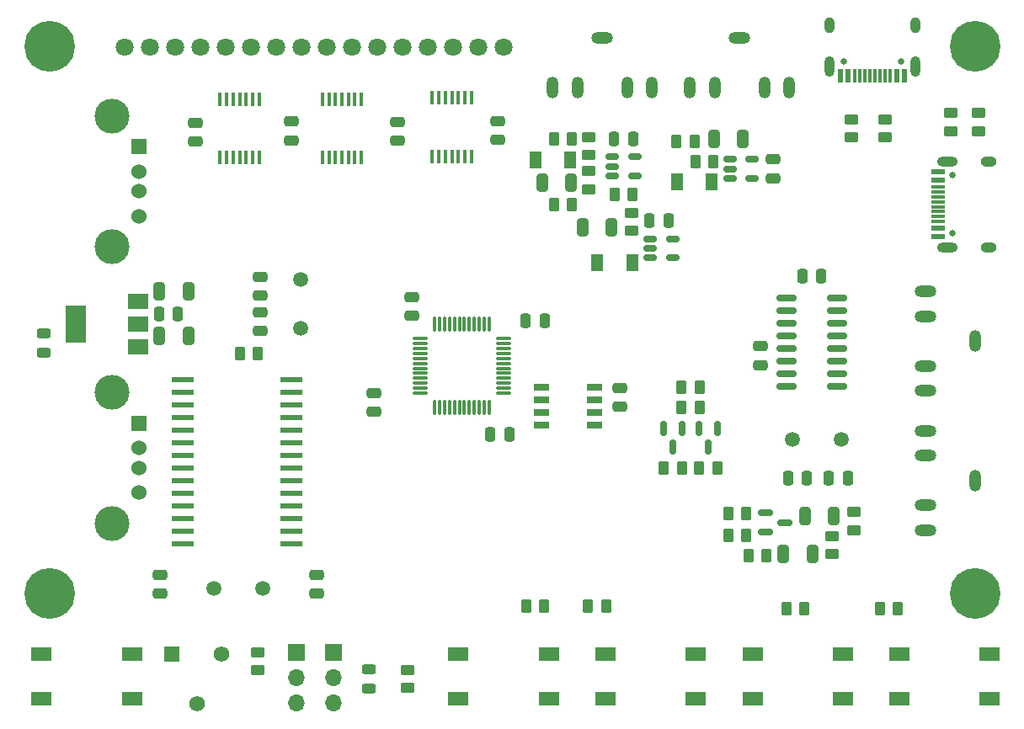
<source format=gts>
%TF.GenerationSoftware,KiCad,Pcbnew,(6.0.5)*%
%TF.CreationDate,2023-10-27T13:21:37+02:00*%
%TF.ProjectId,Tape_Emulator,54617065-5f45-46d7-956c-61746f722e6b,rev?*%
%TF.SameCoordinates,Original*%
%TF.FileFunction,Soldermask,Top*%
%TF.FilePolarity,Negative*%
%FSLAX46Y46*%
G04 Gerber Fmt 4.6, Leading zero omitted, Abs format (unit mm)*
G04 Created by KiCad (PCBNEW (6.0.5)) date 2023-10-27 13:21:37*
%MOMM*%
%LPD*%
G01*
G04 APERTURE LIST*
G04 Aperture macros list*
%AMRoundRect*
0 Rectangle with rounded corners*
0 $1 Rounding radius*
0 $2 $3 $4 $5 $6 $7 $8 $9 X,Y pos of 4 corners*
0 Add a 4 corners polygon primitive as box body*
4,1,4,$2,$3,$4,$5,$6,$7,$8,$9,$2,$3,0*
0 Add four circle primitives for the rounded corners*
1,1,$1+$1,$2,$3*
1,1,$1+$1,$4,$5*
1,1,$1+$1,$6,$7*
1,1,$1+$1,$8,$9*
0 Add four rect primitives between the rounded corners*
20,1,$1+$1,$2,$3,$4,$5,0*
20,1,$1+$1,$4,$5,$6,$7,0*
20,1,$1+$1,$6,$7,$8,$9,0*
20,1,$1+$1,$8,$9,$2,$3,0*%
G04 Aperture macros list end*
%ADD10RoundRect,0.250000X-0.262500X-0.450000X0.262500X-0.450000X0.262500X0.450000X-0.262500X0.450000X0*%
%ADD11RoundRect,0.250000X-0.325000X-0.650000X0.325000X-0.650000X0.325000X0.650000X-0.325000X0.650000X0*%
%ADD12R,0.450000X1.475000*%
%ADD13RoundRect,0.150000X-0.512500X-0.150000X0.512500X-0.150000X0.512500X0.150000X-0.512500X0.150000X0*%
%ADD14R,1.700000X1.700000*%
%ADD15O,1.700000X1.700000*%
%ADD16RoundRect,0.243750X0.456250X-0.243750X0.456250X0.243750X-0.456250X0.243750X-0.456250X-0.243750X0*%
%ADD17R,2.100000X1.400000*%
%ADD18R,1.560000X1.560000*%
%ADD19C,1.560000*%
%ADD20RoundRect,0.250000X0.450000X-0.262500X0.450000X0.262500X-0.450000X0.262500X-0.450000X-0.262500X0*%
%ADD21C,1.500000*%
%ADD22RoundRect,0.250000X0.325000X0.650000X-0.325000X0.650000X-0.325000X-0.650000X0.325000X-0.650000X0*%
%ADD23R,1.500000X0.650000*%
%ADD24R,1.524000X1.524000*%
%ADD25C,1.524000*%
%ADD26C,3.500000*%
%ADD27RoundRect,0.250000X-0.475000X0.250000X-0.475000X-0.250000X0.475000X-0.250000X0.475000X0.250000X0*%
%ADD28R,1.300000X1.700000*%
%ADD29C,0.650000*%
%ADD30R,0.600000X1.450000*%
%ADD31R,0.300000X1.450000*%
%ADD32O,1.000000X2.100000*%
%ADD33O,1.000000X1.600000*%
%ADD34RoundRect,0.150000X-0.587500X-0.150000X0.587500X-0.150000X0.587500X0.150000X-0.587500X0.150000X0*%
%ADD35RoundRect,0.250000X-0.250000X-0.475000X0.250000X-0.475000X0.250000X0.475000X-0.250000X0.475000X0*%
%ADD36RoundRect,0.250000X-0.450000X0.262500X-0.450000X-0.262500X0.450000X-0.262500X0.450000X0.262500X0*%
%ADD37RoundRect,0.250000X0.475000X-0.250000X0.475000X0.250000X-0.475000X0.250000X-0.475000X-0.250000X0*%
%ADD38R,1.450000X0.600000*%
%ADD39R,1.450000X0.300000*%
%ADD40O,2.100000X1.000000*%
%ADD41O,1.600000X1.000000*%
%ADD42R,2.200000X0.600000*%
%ADD43RoundRect,0.150000X-0.850000X-0.150000X0.850000X-0.150000X0.850000X0.150000X-0.850000X0.150000X0*%
%ADD44O,1.200000X2.200000*%
%ADD45O,2.200000X1.200000*%
%ADD46RoundRect,0.250000X0.262500X0.450000X-0.262500X0.450000X-0.262500X-0.450000X0.262500X-0.450000X0*%
%ADD47RoundRect,0.250000X0.250000X0.475000X-0.250000X0.475000X-0.250000X-0.475000X0.250000X-0.475000X0*%
%ADD48RoundRect,0.150000X-0.150000X0.587500X-0.150000X-0.587500X0.150000X-0.587500X0.150000X0.587500X0*%
%ADD49R,2.000000X1.500000*%
%ADD50R,2.000000X3.800000*%
%ADD51RoundRect,0.075000X-0.662500X-0.075000X0.662500X-0.075000X0.662500X0.075000X-0.662500X0.075000X0*%
%ADD52RoundRect,0.075000X-0.075000X-0.662500X0.075000X-0.662500X0.075000X0.662500X-0.075000X0.662500X0*%
%ADD53C,1.800000*%
%ADD54C,5.100000*%
G04 APERTURE END LIST*
D10*
%TO.C,R14*%
X145899500Y-107315000D03*
X147724500Y-107315000D03*
%TD*%
%TO.C,R25*%
X149709500Y-112649000D03*
X151534500Y-112649000D03*
%TD*%
%TO.C,R17*%
X126341500Y-65405000D03*
X128166500Y-65405000D03*
%TD*%
D11*
%TO.C,C10*%
X149401000Y-107188000D03*
X152351000Y-107188000D03*
%TD*%
D12*
%TO.C,IC4*%
X114128000Y-67200000D03*
X114778000Y-67200000D03*
X115428000Y-67200000D03*
X116078000Y-67200000D03*
X116728000Y-67200000D03*
X117378000Y-67200000D03*
X118028000Y-67200000D03*
X118028000Y-61324000D03*
X117378000Y-61324000D03*
X116728000Y-61324000D03*
X116078000Y-61324000D03*
X115428000Y-61324000D03*
X114778000Y-61324000D03*
X114128000Y-61324000D03*
%TD*%
D13*
%TO.C,U5*%
X144023500Y-67503000D03*
X144023500Y-68453000D03*
X144023500Y-69403000D03*
X146298500Y-69403000D03*
X146298500Y-67503000D03*
%TD*%
D10*
%TO.C,R1*%
X139168500Y-90424000D03*
X140993500Y-90424000D03*
%TD*%
D14*
%TO.C,J10*%
X100457000Y-117109000D03*
D15*
X100457000Y-119649000D03*
X100457000Y-122189000D03*
%TD*%
D10*
%TO.C,R9*%
X138660500Y-65659000D03*
X140485500Y-65659000D03*
%TD*%
D16*
%TO.C,D5*%
X107696000Y-120698500D03*
X107696000Y-118823500D03*
%TD*%
D10*
%TO.C,R26*%
X159107500Y-112649000D03*
X160932500Y-112649000D03*
%TD*%
D17*
%TO.C,S5*%
X74825000Y-117257000D03*
X83925000Y-117257000D03*
X74825000Y-121757000D03*
X83925000Y-121757000D03*
%TD*%
D18*
%TO.C,RV1*%
X87924000Y-117267000D03*
D19*
X90424000Y-122267000D03*
X92924000Y-117267000D03*
%TD*%
D20*
%TO.C,R21*%
X166243000Y-64666500D03*
X166243000Y-62841500D03*
%TD*%
D21*
%TO.C,Y1*%
X100838000Y-79592000D03*
X100838000Y-84472000D03*
%TD*%
D22*
%TO.C,C7*%
X132158000Y-74295000D03*
X129208000Y-74295000D03*
%TD*%
D23*
%TO.C,IC1*%
X130462000Y-94234000D03*
X130462000Y-92964000D03*
X130462000Y-91694000D03*
X130462000Y-90424000D03*
X125062000Y-90424000D03*
X125062000Y-91694000D03*
X125062000Y-92964000D03*
X125062000Y-94234000D03*
%TD*%
D24*
%TO.C,J5*%
X84594500Y-66223000D03*
D25*
X84594500Y-68723000D03*
X84594500Y-70723000D03*
X84594500Y-73223000D03*
D26*
X81884500Y-76293000D03*
X81884500Y-63153000D03*
%TD*%
D16*
%TO.C,D4*%
X75057000Y-86916500D03*
X75057000Y-85041500D03*
%TD*%
D11*
%TO.C,C1*%
X86663000Y-80772000D03*
X89613000Y-80772000D03*
%TD*%
D20*
%TO.C,R7*%
X129794000Y-67079500D03*
X129794000Y-65254500D03*
%TD*%
D27*
%TO.C,C15*%
X86741000Y-109286000D03*
X86741000Y-111186000D03*
%TD*%
D17*
%TO.C,S3*%
X146326000Y-117257000D03*
X155426000Y-117257000D03*
X146326000Y-121757000D03*
X155426000Y-121757000D03*
%TD*%
D28*
%TO.C,D1*%
X130711000Y-77851000D03*
X134211000Y-77851000D03*
%TD*%
D29*
%TO.C,J7*%
X161261000Y-57636000D03*
X155481000Y-57636000D03*
D30*
X161621000Y-59081000D03*
X160821000Y-59081000D03*
D31*
X159621000Y-59081000D03*
X158621000Y-59081000D03*
X158121000Y-59081000D03*
X157121000Y-59081000D03*
D30*
X155921000Y-59081000D03*
X155121000Y-59081000D03*
X155121000Y-59081000D03*
X155921000Y-59081000D03*
D31*
X156621000Y-59081000D03*
X157621000Y-59081000D03*
X159121000Y-59081000D03*
X160121000Y-59081000D03*
D30*
X160821000Y-59081000D03*
X161621000Y-59081000D03*
D32*
X162691000Y-58166000D03*
X154051000Y-58166000D03*
D33*
X162691000Y-53986000D03*
X154051000Y-53986000D03*
%TD*%
D10*
%TO.C,R8*%
X132437500Y-70993000D03*
X134262500Y-70993000D03*
%TD*%
D17*
%TO.C,S4*%
X161058000Y-117257000D03*
X170158000Y-117257000D03*
X161058000Y-121757000D03*
X170158000Y-121757000D03*
%TD*%
D28*
%TO.C,D2*%
X142212000Y-69723000D03*
X138712000Y-69723000D03*
%TD*%
D12*
%TO.C,IC2*%
X92792000Y-67327000D03*
X93442000Y-67327000D03*
X94092000Y-67327000D03*
X94742000Y-67327000D03*
X95392000Y-67327000D03*
X96042000Y-67327000D03*
X96692000Y-67327000D03*
X96692000Y-61451000D03*
X96042000Y-61451000D03*
X95392000Y-61451000D03*
X94742000Y-61451000D03*
X94092000Y-61451000D03*
X93442000Y-61451000D03*
X92792000Y-61451000D03*
%TD*%
D34*
%TO.C,Q3*%
X147652500Y-103063000D03*
X147652500Y-104963000D03*
X149527500Y-104013000D03*
%TD*%
D35*
%TO.C,C27*%
X135956000Y-73660000D03*
X137856000Y-73660000D03*
%TD*%
D36*
%TO.C,R19*%
X156210000Y-63476500D03*
X156210000Y-65301500D03*
%TD*%
D37*
%TO.C,C22*%
X112014000Y-83246000D03*
X112014000Y-81346000D03*
%TD*%
D35*
%TO.C,C3*%
X86614000Y-83058000D03*
X88514000Y-83058000D03*
%TD*%
D27*
%TO.C,C4*%
X96774000Y-79314000D03*
X96774000Y-81214000D03*
%TD*%
D37*
%TO.C,C21*%
X132969000Y-92390000D03*
X132969000Y-90490000D03*
%TD*%
D29*
%TO.C,J8*%
X166437000Y-74899000D03*
X166437000Y-69119000D03*
D38*
X164992000Y-75259000D03*
X164992000Y-74459000D03*
D39*
X164992000Y-73259000D03*
X164992000Y-72259000D03*
X164992000Y-71759000D03*
X164992000Y-70759000D03*
D38*
X164992000Y-69559000D03*
X164992000Y-68759000D03*
X164992000Y-68759000D03*
X164992000Y-69559000D03*
D39*
X164992000Y-70259000D03*
X164992000Y-71259000D03*
X164992000Y-72759000D03*
X164992000Y-73759000D03*
D38*
X164992000Y-74459000D03*
X164992000Y-75259000D03*
D40*
X165907000Y-76329000D03*
D41*
X170087000Y-67689000D03*
D40*
X165907000Y-67689000D03*
D41*
X170087000Y-76329000D03*
%TD*%
D42*
%TO.C,U6*%
X88988000Y-89662000D03*
X88988000Y-90932000D03*
X88988000Y-92202000D03*
X88988000Y-93472000D03*
X88988000Y-94742000D03*
X88988000Y-96012000D03*
X88988000Y-97282000D03*
X88988000Y-98552000D03*
X88988000Y-99822000D03*
X88988000Y-101092000D03*
X88988000Y-102362000D03*
X88988000Y-103632000D03*
X88988000Y-104902000D03*
X88988000Y-106172000D03*
X99988000Y-106172000D03*
X99988000Y-104902000D03*
X99988000Y-103632000D03*
X99988000Y-102362000D03*
X99988000Y-101092000D03*
X99988000Y-99822000D03*
X99988000Y-98552000D03*
X99988000Y-97282000D03*
X99988000Y-96012000D03*
X99988000Y-94742000D03*
X99988000Y-93472000D03*
X99988000Y-92202000D03*
X99988000Y-90932000D03*
X99988000Y-89662000D03*
%TD*%
D13*
%TO.C,U3*%
X132212500Y-67249000D03*
X132212500Y-68199000D03*
X132212500Y-69149000D03*
X134487500Y-69149000D03*
X134487500Y-67249000D03*
%TD*%
D17*
%TO.C,S2*%
X131513000Y-117257000D03*
X140613000Y-117257000D03*
X131513000Y-121757000D03*
X140613000Y-121757000D03*
%TD*%
D10*
%TO.C,R6*%
X126341500Y-72009000D03*
X128166500Y-72009000D03*
%TD*%
D12*
%TO.C,IC3*%
X103079000Y-67327000D03*
X103729000Y-67327000D03*
X104379000Y-67327000D03*
X105029000Y-67327000D03*
X105679000Y-67327000D03*
X106329000Y-67327000D03*
X106979000Y-67327000D03*
X106979000Y-61451000D03*
X106329000Y-61451000D03*
X105679000Y-61451000D03*
X105029000Y-61451000D03*
X104379000Y-61451000D03*
X103729000Y-61451000D03*
X103079000Y-61451000D03*
%TD*%
D43*
%TO.C,U7*%
X149773000Y-81407000D03*
X149773000Y-82677000D03*
X149773000Y-83947000D03*
X149773000Y-85217000D03*
X149773000Y-86487000D03*
X149773000Y-87757000D03*
X149773000Y-89027000D03*
X149773000Y-90297000D03*
X154773000Y-90297000D03*
X154773000Y-89027000D03*
X154773000Y-87757000D03*
X154773000Y-86487000D03*
X154773000Y-85217000D03*
X154773000Y-83947000D03*
X154773000Y-82677000D03*
X154773000Y-81407000D03*
%TD*%
D37*
%TO.C,C23*%
X108204000Y-92898000D03*
X108204000Y-90998000D03*
%TD*%
D36*
%TO.C,R28*%
X111633000Y-118848500D03*
X111633000Y-120673500D03*
%TD*%
D35*
%TO.C,C12*%
X153990000Y-99568000D03*
X155890000Y-99568000D03*
%TD*%
D44*
%TO.C,J2*%
X150000000Y-60300000D03*
X147500000Y-60300000D03*
D45*
X145000000Y-55300000D03*
D44*
X140000000Y-60300000D03*
X142500000Y-60300000D03*
%TD*%
D20*
%TO.C,R16*%
X154305000Y-107211500D03*
X154305000Y-105386500D03*
%TD*%
D46*
%TO.C,R3*%
X142771500Y-98552000D03*
X140946500Y-98552000D03*
%TD*%
D22*
%TO.C,C6*%
X128094000Y-69850000D03*
X125144000Y-69850000D03*
%TD*%
D11*
%TO.C,C8*%
X142416000Y-65405000D03*
X145366000Y-65405000D03*
%TD*%
D36*
%TO.C,R15*%
X156464000Y-102973500D03*
X156464000Y-104798500D03*
%TD*%
D14*
%TO.C,J9*%
X104140000Y-117109000D03*
D15*
X104140000Y-119649000D03*
X104140000Y-122189000D03*
%TD*%
D27*
%TO.C,C16*%
X120650000Y-63627000D03*
X120650000Y-65527000D03*
%TD*%
D17*
%TO.C,S1*%
X116735000Y-117257000D03*
X125835000Y-117257000D03*
X116735000Y-121757000D03*
X125835000Y-121757000D03*
%TD*%
D27*
%TO.C,C17*%
X110617000Y-63754000D03*
X110617000Y-65654000D03*
%TD*%
D10*
%TO.C,R23*%
X123547500Y-112395000D03*
X125372500Y-112395000D03*
%TD*%
%TO.C,R11*%
X140565500Y-67691000D03*
X142390500Y-67691000D03*
%TD*%
D27*
%TO.C,C20*%
X99949000Y-63693000D03*
X99949000Y-65593000D03*
%TD*%
D28*
%TO.C,D3*%
X127988000Y-67564000D03*
X124488000Y-67564000D03*
%TD*%
D10*
%TO.C,R24*%
X129770500Y-112395000D03*
X131595500Y-112395000D03*
%TD*%
D47*
%TO.C,C13*%
X153223000Y-79248000D03*
X151323000Y-79248000D03*
%TD*%
D10*
%TO.C,R12*%
X143867500Y-105283000D03*
X145692500Y-105283000D03*
%TD*%
D37*
%TO.C,C5*%
X96774000Y-84770000D03*
X96774000Y-82870000D03*
%TD*%
D48*
%TO.C,Q2*%
X139253000Y-94566500D03*
X137353000Y-94566500D03*
X138303000Y-96441500D03*
%TD*%
%TO.C,Q1*%
X142809000Y-94566500D03*
X140909000Y-94566500D03*
X141859000Y-96441500D03*
%TD*%
D21*
%TO.C,Y3*%
X97065000Y-110617000D03*
X92185000Y-110617000D03*
%TD*%
D46*
%TO.C,R2*%
X140993500Y-92456000D03*
X139168500Y-92456000D03*
%TD*%
D13*
%TO.C,U4*%
X136022500Y-75504000D03*
X136022500Y-76454000D03*
X136022500Y-77404000D03*
X138297500Y-77404000D03*
X138297500Y-75504000D03*
%TD*%
D46*
%TO.C,R4*%
X139215500Y-98552000D03*
X137390500Y-98552000D03*
%TD*%
D27*
%TO.C,C28*%
X148336000Y-67503000D03*
X148336000Y-69403000D03*
%TD*%
D49*
%TO.C,U2*%
X84557000Y-86374000D03*
D50*
X78257000Y-84074000D03*
D49*
X84557000Y-84074000D03*
X84557000Y-81774000D03*
%TD*%
D20*
%TO.C,R5*%
X129794000Y-70508500D03*
X129794000Y-68683500D03*
%TD*%
D35*
%TO.C,C18*%
X123510000Y-83693000D03*
X125410000Y-83693000D03*
%TD*%
D45*
%TO.C,J3*%
X163700000Y-90800000D03*
X163700000Y-88300000D03*
D44*
X168700000Y-85800000D03*
D45*
X163700000Y-80800000D03*
X163700000Y-83300000D03*
%TD*%
D47*
%TO.C,C25*%
X134300000Y-65405000D03*
X132400000Y-65405000D03*
%TD*%
D20*
%TO.C,R20*%
X169037000Y-64666500D03*
X169037000Y-62841500D03*
%TD*%
D47*
%TO.C,C24*%
X121854000Y-95123000D03*
X119954000Y-95123000D03*
%TD*%
D44*
%TO.C,J1*%
X136200000Y-60300000D03*
X133700000Y-60300000D03*
D45*
X131200000Y-55300000D03*
D44*
X126200000Y-60300000D03*
X128700000Y-60300000D03*
%TD*%
D27*
%TO.C,C19*%
X90297000Y-63820000D03*
X90297000Y-65720000D03*
%TD*%
D24*
%TO.C,J6*%
X84594500Y-94036000D03*
D25*
X84594500Y-96536000D03*
X84594500Y-98536000D03*
X84594500Y-101036000D03*
D26*
X81884500Y-104106000D03*
X81884500Y-90966000D03*
%TD*%
D51*
%TO.C,U1*%
X112931500Y-85515000D03*
X112931500Y-86015000D03*
X112931500Y-86515000D03*
X112931500Y-87015000D03*
X112931500Y-87515000D03*
X112931500Y-88015000D03*
X112931500Y-88515000D03*
X112931500Y-89015000D03*
X112931500Y-89515000D03*
X112931500Y-90015000D03*
X112931500Y-90515000D03*
X112931500Y-91015000D03*
D52*
X114344000Y-92427500D03*
X114844000Y-92427500D03*
X115344000Y-92427500D03*
X115844000Y-92427500D03*
X116344000Y-92427500D03*
X116844000Y-92427500D03*
X117344000Y-92427500D03*
X117844000Y-92427500D03*
X118344000Y-92427500D03*
X118844000Y-92427500D03*
X119344000Y-92427500D03*
X119844000Y-92427500D03*
D51*
X121256500Y-91015000D03*
X121256500Y-90515000D03*
X121256500Y-90015000D03*
X121256500Y-89515000D03*
X121256500Y-89015000D03*
X121256500Y-88515000D03*
X121256500Y-88015000D03*
X121256500Y-87515000D03*
X121256500Y-87015000D03*
X121256500Y-86515000D03*
X121256500Y-86015000D03*
X121256500Y-85515000D03*
D52*
X119844000Y-84102500D03*
X119344000Y-84102500D03*
X118844000Y-84102500D03*
X118344000Y-84102500D03*
X117844000Y-84102500D03*
X117344000Y-84102500D03*
X116844000Y-84102500D03*
X116344000Y-84102500D03*
X115844000Y-84102500D03*
X115344000Y-84102500D03*
X114844000Y-84102500D03*
X114344000Y-84102500D03*
%TD*%
D11*
%TO.C,C2*%
X86663000Y-85217000D03*
X89613000Y-85217000D03*
%TD*%
D36*
%TO.C,R10*%
X134112000Y-72874500D03*
X134112000Y-74699500D03*
%TD*%
D45*
%TO.C,J4*%
X163700000Y-104800000D03*
X163700000Y-102300000D03*
D44*
X168700000Y-99800000D03*
D45*
X163700000Y-94800000D03*
X163700000Y-97300000D03*
%TD*%
D36*
%TO.C,R18*%
X159639000Y-63476500D03*
X159639000Y-65301500D03*
%TD*%
D35*
%TO.C,C11*%
X149865000Y-99568000D03*
X151765000Y-99568000D03*
%TD*%
D10*
%TO.C,R13*%
X143867500Y-103124000D03*
X145692500Y-103124000D03*
%TD*%
D27*
%TO.C,C26*%
X147066000Y-86299000D03*
X147066000Y-88199000D03*
%TD*%
D11*
%TO.C,C9*%
X151560000Y-103378000D03*
X154510000Y-103378000D03*
%TD*%
D46*
%TO.C,R22*%
X96567000Y-86995000D03*
X94742000Y-86995000D03*
%TD*%
D36*
%TO.C,R27*%
X96520000Y-117070500D03*
X96520000Y-118895500D03*
%TD*%
D21*
%TO.C,Y2*%
X150331000Y-95631000D03*
X155211000Y-95631000D03*
%TD*%
D53*
%TO.C,DS1*%
X83157000Y-56192000D03*
X85697000Y-56192000D03*
X88237000Y-56192000D03*
X90777000Y-56192000D03*
X93317000Y-56192000D03*
X95857000Y-56192000D03*
X98397000Y-56192000D03*
X100937000Y-56192000D03*
X103477000Y-56192000D03*
X106017000Y-56192000D03*
X108557000Y-56192000D03*
X111097000Y-56192000D03*
X113637000Y-56192000D03*
X116177000Y-56192000D03*
X118717000Y-56192000D03*
X121257000Y-56192000D03*
D54*
X75657000Y-56152000D03*
X168657000Y-56152000D03*
X168657000Y-111152000D03*
X75657000Y-111152000D03*
%TD*%
D37*
%TO.C,C14*%
X102489000Y-111186000D03*
X102489000Y-109286000D03*
%TD*%
M02*

</source>
